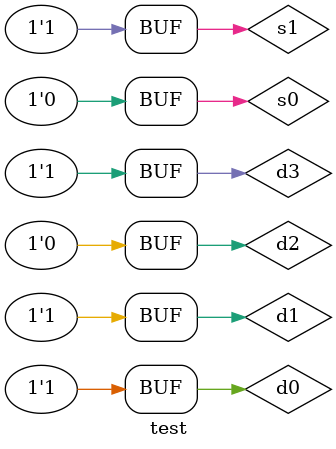
<source format=v>
module mux4_1(d0,d1,d2,d3,s0,s1,out);

input d0,d1,d2,d3;
input s0,s1;
output out;

assign out = s0?(s1?d3:d2):(s1?d1:d0);

endmodule
module test;
reg d0,d1,d2,d3,s0,s1;
wire out;
mux4_1 set(d0,d1,d2,d3,s0,s1,out);
initial 
$monitor("d0=%b,d1=%b,d2=%b,d3=%b,s0=%b,s1=%b,out=%b",d0,d1,d2,d3,s0,s1,out);
initial begin 
d0=1'b1;d1=1'b1;d2=1'b0;d3=1'b1;s0=1'b0;s1=1'b1;
end 
endmodule
</source>
